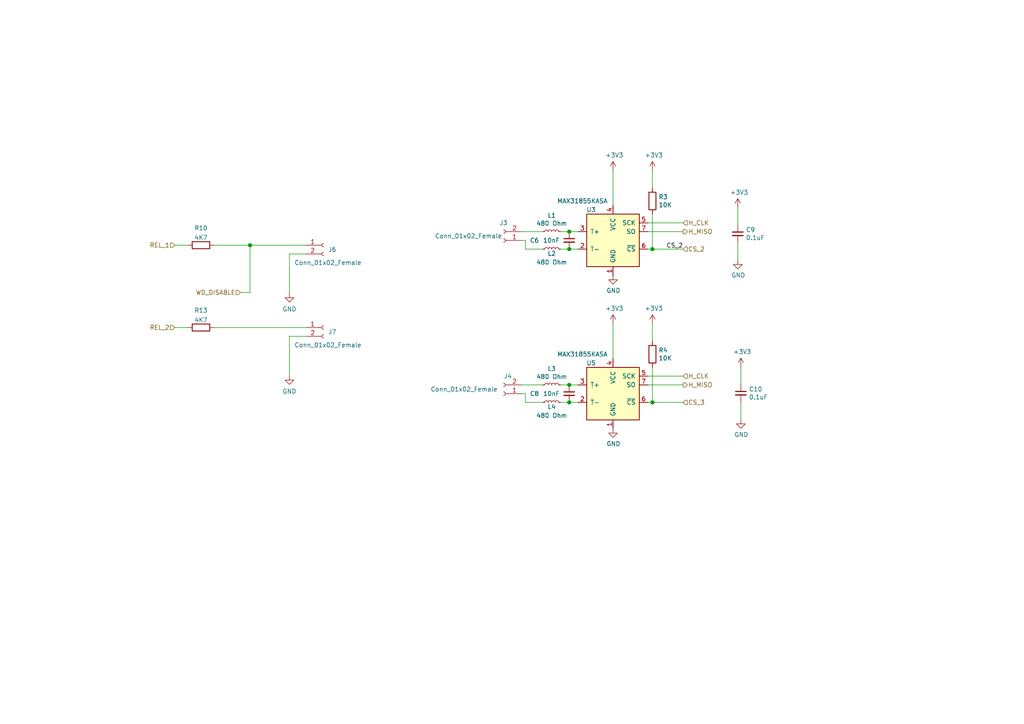
<source format=kicad_sch>
(kicad_sch (version 20210621) (generator eeschema)
  (paper "A4")
  (lib_symbols
    (symbol "Connector:Conn_01x02_Female" (pin_names (offset 1.016) hide)
      (property "Reference" "J" (at 0 2.54 0))
      (property "Value" "Conn_01x02_Female" (at 0 -5.08 0))
      (symbol "Conn_01x02_Female_1_1"
        (arc (start 0 -2.032) (end 0 -3.048) (radius (at 0 -2.54) (length 0.508) (angles 90.1 -90.1)) (stroke (width 0.1524)))
        (arc (start 0 0.508) (end 0 -0.508) (radius (at 0 0) (length 0.508) (angles 90.1 -90.1)) (stroke (width 0.1524)))
        (polyline (pts (xy -1.27 -2.54) (xy -0.508 -2.54)) (stroke (width 0.1524)))
        (polyline (pts (xy -1.27 0) (xy -0.508 0)) (stroke (width 0.1524)))
        (pin passive line (at -5.08 0 0) (length 3.81) (name "Pin_1") (number "1"))
        (pin passive line (at -5.08 -2.54 0) (length 3.81) (name "Pin_2") (number "2"))
      )
    )
    (symbol "Device:C_Small" (pin_numbers hide) (pin_names (offset 0.254) hide)
      (property "Reference" "C" (at 0.254 1.778 0))
      (property "Value" "C_Small" (at 0.254 -2.032 0))
      (symbol "C_Small_0_1"
        (polyline (pts (xy -1.524 -0.508) (xy 1.524 -0.508)) (stroke (width 0.3302)))
        (polyline (pts (xy -1.524 0.508) (xy 1.524 0.508)) (stroke (width 0.3048)))
      )
      (symbol "C_Small_1_1"
        (pin passive line (at 0 2.54 270) (length 2.032) (name "~") (number "1"))
        (pin passive line (at 0 -2.54 90) (length 2.032) (name "~") (number "2"))
      )
    )
    (symbol "Device:L_Small" (pin_numbers hide) (pin_names (offset 0.254) hide)
      (property "Reference" "L" (at 0.762 1.016 0))
      (property "Value" "L_Small" (at 0.762 -1.016 0))
      (symbol "L_Small_0_1"
        (arc (start 0 -2.032) (end 0 -1.016) (radius (at 0 -1.524) (length 0.508) (angles -89.9 89.9)))
        (arc (start 0 -1.016) (end 0 0) (radius (at 0 -0.508) (length 0.508) (angles -89.9 89.9)))
        (arc (start 0 0) (end 0 1.016) (radius (at 0 0.508) (length 0.508) (angles -89.9 89.9)))
        (arc (start 0 1.016) (end 0 2.032) (radius (at 0 1.524) (length 0.508) (angles -89.9 89.9)))
      )
      (symbol "L_Small_1_1"
        (pin passive line (at 0 2.54 270) (length 0.508) (name "~") (number "1"))
        (pin passive line (at 0 -2.54 90) (length 0.508) (name "~") (number "2"))
      )
    )
    (symbol "Device:R" (pin_numbers hide) (pin_names (offset 0))
      (property "Reference" "R" (at 2.032 0 90))
      (property "Value" "R" (at 0 0 90))
      (symbol "R_0_1"
        (rectangle (start -1.016 -2.54) (end 1.016 2.54) (stroke (width 0.254)))
      )
      (symbol "R_1_1"
        (pin passive line (at 0 3.81 270) (length 1.27) (name "~") (number "1"))
        (pin passive line (at 0 -3.81 90) (length 1.27) (name "~") (number "2"))
      )
    )
    (symbol "Pr27-rescue:MAX31855KASA-Sensor_Temperature" (pin_names (offset 1.016))
      (property "Reference" "U" (at -7.62 8.89 0))
      (property "Value" "MAX31855KASA-Sensor_Temperature" (at 1.27 8.89 0))
      (symbol "MAX31855KASA-Sensor_Temperature_0_1"
        (rectangle (start -7.62 7.62) (end 7.62 -7.62) (stroke (width 0.254)) (fill (type background)))
      )
      (symbol "MAX31855KASA-Sensor_Temperature_1_1"
        (pin power_in line (at 0 -10.16 90) (length 2.54) (name "GND") (number "1"))
        (pin passive line (at -10.16 -2.54 0) (length 2.54) (name "T-") (number "2"))
        (pin passive line (at -10.16 2.54 0) (length 2.54) (name "T+") (number "3"))
        (pin power_in line (at 0 10.16 270) (length 2.54) (name "VCC") (number "4"))
        (pin input line (at 10.16 5.08 180) (length 2.54) (name "SCK") (number "5"))
        (pin input line (at 10.16 -2.54 180) (length 2.54) (name "~{CS}") (number "6"))
        (pin output line (at 10.16 2.54 180) (length 2.54) (name "SO") (number "7"))
      )
    )
    (symbol "power:+3.3V" (power) (pin_names (offset 0))
      (property "Value" "+3.3V" (at 0 3.556 0))
      (symbol "+3.3V_0_1"
        (polyline (pts (xy -0.762 1.27) (xy 0 2.54)))
        (polyline (pts (xy 0 0) (xy 0 2.54)))
        (polyline (pts (xy 0 2.54) (xy 0.762 1.27)))
      )
      (symbol "+3.3V_1_1"
        (pin power_in line (at 0 0 90) (length 0) hide (name "+3V3") (number "1"))
      )
    )
    (symbol "power:GND" (power) (pin_names (offset 0))
      (property "Value" "GND" (at 0 -3.81 0))
      (symbol "GND_0_1"
        (polyline (pts (xy 0 0) (xy 0 -1.27) (xy 1.27 -1.27) (xy 0 -2.54) (xy -1.27 -1.27) (xy 0 -1.27)))
      )
      (symbol "GND_1_1"
        (pin power_in line (at 0 0 270) (length 0) hide (name "GND") (number "1"))
      )
    )
  )
  (junction (at 72.517 71.12) (diameter 1.016))
  (junction (at 165.1 67.183) (diameter 1.016))
  (junction (at 165.1 72.263) (diameter 1.016))
  (junction (at 165.1 111.633) (diameter 1.016))
  (junction (at 165.1 116.713) (diameter 1.016))
  (junction (at 189.23 72.263) (diameter 1.016))
  (junction (at 189.23 116.713) (diameter 1.016))
  (wire (pts (xy 50.673 71.12) (xy 54.483 71.12)))
  (wire (pts (xy 50.673 94.996) (xy 54.483 94.996)))
  (wire (pts (xy 62.103 71.12) (xy 72.517 71.12)))
  (wire (pts (xy 62.103 94.996) (xy 88.773 94.996)))
  (wire (pts (xy 69.723 84.836) (xy 72.517 84.836)))
  (wire (pts (xy 72.517 71.12) (xy 72.517 84.836)))
  (wire (pts (xy 72.517 71.12) (xy 88.773 71.12)))
  (wire (pts (xy 83.947 73.66) (xy 83.947 85.09)))
  (wire (pts (xy 83.947 97.536) (xy 83.947 108.966)))
  (wire (pts (xy 88.773 73.66) (xy 83.947 73.66)))
  (wire (pts (xy 88.773 97.536) (xy 83.947 97.536)))
  (wire (pts (xy 151.13 67.183) (xy 157.48 67.183)))
  (wire (pts (xy 151.13 69.723) (xy 152.4 69.723)))
  (wire (pts (xy 151.13 111.633) (xy 157.48 111.633)))
  (wire (pts (xy 151.13 114.173) (xy 152.4 114.173)))
  (wire (pts (xy 152.4 69.723) (xy 152.4 72.263)))
  (wire (pts (xy 152.4 72.263) (xy 157.48 72.263)))
  (wire (pts (xy 152.4 114.173) (xy 152.4 116.713)))
  (wire (pts (xy 152.4 116.713) (xy 157.48 116.713)))
  (wire (pts (xy 162.56 67.183) (xy 165.1 67.183)))
  (wire (pts (xy 162.56 111.633) (xy 165.1 111.633)))
  (wire (pts (xy 165.1 67.183) (xy 167.64 67.183)))
  (wire (pts (xy 165.1 72.263) (xy 162.56 72.263)))
  (wire (pts (xy 165.1 111.633) (xy 167.64 111.633)))
  (wire (pts (xy 165.1 116.713) (xy 162.56 116.713)))
  (wire (pts (xy 167.64 72.263) (xy 165.1 72.263)))
  (wire (pts (xy 167.64 116.713) (xy 165.1 116.713)))
  (wire (pts (xy 177.8 49.403) (xy 177.8 59.563)))
  (wire (pts (xy 177.8 93.853) (xy 177.8 104.013)))
  (wire (pts (xy 187.96 64.643) (xy 198.12 64.643)))
  (wire (pts (xy 187.96 67.183) (xy 198.12 67.183)))
  (wire (pts (xy 187.96 72.263) (xy 189.23 72.263)))
  (wire (pts (xy 187.96 109.093) (xy 198.12 109.093)))
  (wire (pts (xy 187.96 111.633) (xy 198.12 111.633)))
  (wire (pts (xy 187.96 116.713) (xy 189.23 116.713)))
  (wire (pts (xy 189.23 54.483) (xy 189.23 49.403)))
  (wire (pts (xy 189.23 62.103) (xy 189.23 72.263)))
  (wire (pts (xy 189.23 72.263) (xy 198.12 72.263)))
  (wire (pts (xy 189.23 98.933) (xy 189.23 93.853)))
  (wire (pts (xy 189.23 106.553) (xy 189.23 116.713)))
  (wire (pts (xy 189.23 116.713) (xy 198.12 116.713)))
  (wire (pts (xy 213.995 60.198) (xy 213.995 65.278)))
  (wire (pts (xy 213.995 75.438) (xy 213.995 70.358)))
  (wire (pts (xy 214.884 106.426) (xy 214.884 111.506)))
  (wire (pts (xy 214.884 121.666) (xy 214.884 116.586)))
  (text "${SHEETNAME}" (at 19.05 29.21 0) (effects (font (size 6 6) (thickness 1.2) bold) (justify left bottom)))
  (label "CS_2" (at 198.12 72.263 180))
  (hierarchical_label "REL_1" (shape input) (at 50.673 71.12 180))
  (hierarchical_label "REL_2" (shape input) (at 50.673 94.996 180))
  (hierarchical_label "WD_DISABLE" (shape input) (at 69.723 84.836 180))
  (hierarchical_label "H_CLK" (shape input) (at 198.12 64.643 0))
  (hierarchical_label "H_MISO" (shape output) (at 198.12 67.183 0))
  (hierarchical_label "CS_2" (shape input) (at 198.12 72.263 0))
  (hierarchical_label "H_CLK" (shape input) (at 198.12 109.093 0))
  (hierarchical_label "H_MISO" (shape output) (at 198.12 111.633 0))
  (hierarchical_label "CS_3" (shape input) (at 198.12 116.713 0))
  (symbol (lib_id "power:+3.3V") (at 177.8 49.403 0) (unit 1)
    (property "Reference" "#PWR0107" (effects hide))
    (property "Value" "+3.3V" (at 178.181 45.0088 0))
  )
  (symbol (lib_id "power:+3.3V") (at 177.8 93.853 0) (unit 1)
    (property "Reference" "#PWR0124" (effects hide))
    (property "Value" "+3.3V" (at 178.181 89.4588 0))
  )
  (symbol (lib_id "power:+3.3V") (at 189.23 49.403 0) (unit 1)
    (property "Reference" "#PWR0108" (effects hide))
    (property "Value" "+3.3V" (at 189.611 45.0088 0))
  )
  (symbol (lib_id "power:+3.3V") (at 189.23 93.853 0) (unit 1)
    (property "Reference" "#PWR0125" (effects hide))
    (property "Value" "+3.3V" (at 189.611 89.4588 0))
  )
  (symbol (lib_id "power:+3.3V") (at 213.995 60.198 0) (unit 1)
    (property "Reference" "#PWR0106" (effects hide))
    (property "Value" "+3.3V" (at 214.376 55.8038 0))
  )
  (symbol (lib_id "power:+3.3V") (at 214.884 106.426 0) (unit 1)
    (property "Reference" "#PWR0123" (effects hide))
    (property "Value" "+3.3V" (at 215.265 102.0318 0))
  )
  (symbol (lib_id "Device:L_Small") (at 160.02 67.183 90) (unit 1)
    (property "Reference" "L1" (at 160.02 62.484 90))
    (property "Value" "480 Ohm" (at 160.02 64.7954 90))
    (property "Footprint" "Inductor_SMD:L_0805_2012Metric" (effects hide))
  )
  (symbol (lib_id "Device:L_Small") (at 160.02 72.263 90) (unit 1)
    (property "Reference" "L2" (at 160.02 73.533 90))
    (property "Value" "480 Ohm" (at 160.02 76.073 90))
    (property "Footprint" "Inductor_SMD:L_0805_2012Metric" (effects hide))
  )
  (symbol (lib_id "Device:L_Small") (at 160.02 111.633 90) (unit 1)
    (property "Reference" "L3" (at 160.02 106.934 90))
    (property "Value" "480 Ohm" (at 160.02 109.2454 90))
    (property "Footprint" "Inductor_SMD:L_0805_2012Metric" (effects hide))
  )
  (symbol (lib_id "Device:L_Small") (at 160.02 116.713 90) (unit 1)
    (property "Reference" "L4" (at 160.02 117.983 90))
    (property "Value" "480 Ohm" (at 160.02 120.523 90))
    (property "Footprint" "Inductor_SMD:L_0805_2012Metric" (effects hide))
  )
  (symbol (lib_id "power:GND") (at 83.947 85.09 0) (unit 1)
    (property "Reference" "#PWR0132" (effects hide))
    (property "Value" "GND" (at 83.947 89.6526 0))
  )
  (symbol (lib_id "power:GND") (at 83.947 108.966 0) (unit 1)
    (property "Reference" "#PWR0131" (effects hide))
    (property "Value" "GND" (at 83.947 113.5286 0))
  )
  (symbol (lib_id "power:GND") (at 177.8 79.883 0) (unit 1)
    (property "Reference" "#PWR0104" (effects hide))
    (property "Value" "GND" (at 177.927 84.2772 0))
  )
  (symbol (lib_id "power:GND") (at 177.8 124.333 0) (unit 1)
    (property "Reference" "#PWR0121" (effects hide))
    (property "Value" "GND" (at 177.927 128.7272 0))
  )
  (symbol (lib_id "power:GND") (at 213.995 75.438 0) (unit 1)
    (property "Reference" "#PWR0105" (effects hide))
    (property "Value" "GND" (at 214.122 79.8322 0))
  )
  (symbol (lib_id "power:GND") (at 214.884 121.666 0) (unit 1)
    (property "Reference" "#PWR0122" (effects hide))
    (property "Value" "GND" (at 215.011 126.0602 0))
  )
  (symbol (lib_id "Device:R") (at 58.293 71.12 90) (unit 1)
    (property "Reference" "R10" (at 58.293 66.1374 90))
    (property "Value" "4K7" (at 58.293 68.9125 90))
  )
  (symbol (lib_id "Device:R") (at 58.293 94.996 90) (unit 1)
    (property "Reference" "R13" (at 58.293 90.0134 90))
    (property "Value" "4K7" (at 58.293 92.7885 90))
  )
  (symbol (lib_id "Device:R") (at 189.23 58.293 0) (unit 1)
    (property "Reference" "R3" (at 191.008 57.1246 0) (effects (justify left)))
    (property "Value" "10K" (at 191.008 59.436 0) (effects (justify left)))
    (property "Footprint" "Resistor_SMD:R_0805_2012Metric" (effects hide))
  )
  (symbol (lib_id "Device:R") (at 189.23 102.743 0) (unit 1)
    (property "Reference" "R4" (at 191.008 101.5746 0) (effects (justify left)))
    (property "Value" "10K" (at 191.008 103.886 0) (effects (justify left)))
    (property "Footprint" "Resistor_SMD:R_0805_2012Metric" (effects hide))
  )
  (symbol (lib_id "Device:C_Small") (at 165.1 69.723 0) (unit 1)
    (property "Reference" "C6" (at 153.67 69.723 0) (effects (justify left)))
    (property "Value" "10nF" (at 157.48 69.723 0) (effects (justify left)))
    (property "Footprint" "Capacitor_SMD:C_0805_2012Metric" (effects hide))
  )
  (symbol (lib_id "Device:C_Small") (at 165.1 114.173 0) (unit 1)
    (property "Reference" "C8" (at 153.67 114.173 0) (effects (justify left)))
    (property "Value" "10nF" (at 157.48 114.173 0) (effects (justify left)))
    (property "Footprint" "Capacitor_SMD:C_0805_2012Metric" (effects hide))
  )
  (symbol (lib_id "Device:C_Small") (at 213.995 67.818 0) (unit 1)
    (property "Reference" "C9" (at 216.3318 66.6496 0) (effects (justify left)))
    (property "Value" "0.1uF" (at 216.3318 68.961 0) (effects (justify left)))
    (property "Footprint" "Capacitor_SMD:C_0805_2012Metric" (effects hide))
  )
  (symbol (lib_id "Device:C_Small") (at 214.884 114.046 0) (unit 1)
    (property "Reference" "C10" (at 217.2208 112.8776 0) (effects (justify left)))
    (property "Value" "0.1uF" (at 217.2208 115.189 0) (effects (justify left)))
    (property "Footprint" "Capacitor_SMD:C_0805_2012Metric" (effects hide))
  )
  (symbol (lib_id "Connector:Conn_01x02_Female") (at 93.853 71.12 0) (unit 1)
    (property "Reference" "J6" (at 96.393 72.39 0))
    (property "Value" "Conn_01x02_Female" (at 95.123 76.2 0))
    (property "Footprint" "TerminalBlock_GTR:TerminalBlock_NINIGI_1x02_P5.00mm_Horizontal" (effects hide))
  )
  (symbol (lib_id "Connector:Conn_01x02_Female") (at 93.853 94.996 0) (unit 1)
    (property "Reference" "J7" (at 96.393 96.266 0))
    (property "Value" "Conn_01x02_Female" (at 95.123 100.076 0))
    (property "Footprint" "TerminalBlock_GTR:TerminalBlock_NINIGI_1x02_P5.00mm_Horizontal" (effects hide))
  )
  (symbol (lib_id "Connector:Conn_01x02_Female") (at 146.05 69.723 180) (unit 1)
    (property "Reference" "J3" (at 146.05 64.643 0))
    (property "Value" "Conn_01x02_Female" (at 135.89 68.453 0))
    (property "Footprint" "TerminalBlock_GTR:TerminalBlock_NINIGI_1x02_P5.00mm_Horizontal" (effects hide))
  )
  (symbol (lib_id "Connector:Conn_01x02_Female") (at 146.05 114.173 180) (unit 1)
    (property "Reference" "J4" (at 147.32 109.093 0))
    (property "Value" "Conn_01x02_Female" (at 134.62 112.903 0))
    (property "Footprint" "TerminalBlock_GTR:TerminalBlock_NINIGI_1x02_P5.00mm_Horizontal" (effects hide))
  )
  (symbol (lib_id "Pr27-rescue:MAX31855KASA-Sensor_Temperature") (at 177.8 69.723 0) (unit 1)
    (property "Reference" "U3" (at 171.45 60.833 0))
    (property "Value" "MAX31855KASA" (at 168.91 58.293 0))
    (property "Footprint" "Package_SO:SOIC-8_3.9x4.9mm_P1.27mm" (effects hide))
    (property "Datasheet" "http://datasheets.maximintegrated.com/en/ds/MAX31855.pdf" (effects hide))
  )
  (symbol (lib_id "Pr27-rescue:MAX31855KASA-Sensor_Temperature") (at 177.8 114.173 0) (unit 1)
    (property "Reference" "U5" (at 171.45 105.283 0))
    (property "Value" "MAX31855KASA" (at 168.91 102.743 0))
    (property "Footprint" "Package_SO:SOIC-8_3.9x4.9mm_P1.27mm" (effects hide))
    (property "Datasheet" "http://datasheets.maximintegrated.com/en/ds/MAX31855.pdf" (effects hide))
  )
)
</source>
